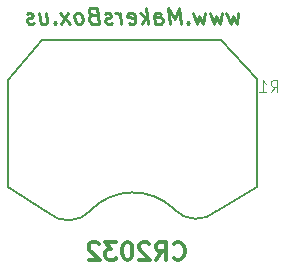
<source format=gbo>
G04 #@! TF.FileFunction,Legend,Bot*
%FSLAX46Y46*%
G04 Gerber Fmt 4.6, Leading zero omitted, Abs format (unit mm)*
G04 Created by KiCad (PCBNEW 4.0.7) date 01/16/18 07:36:33*
%MOMM*%
%LPD*%
G01*
G04 APERTURE LIST*
%ADD10C,0.100000*%
%ADD11C,0.250000*%
%ADD12C,0.300000*%
%ADD13C,0.150000*%
G04 APERTURE END LIST*
D10*
X219368666Y-89860381D02*
X219702000Y-89384190D01*
X219940095Y-89860381D02*
X219940095Y-88860381D01*
X219559142Y-88860381D01*
X219463904Y-88908000D01*
X219416285Y-88955619D01*
X219368666Y-89050857D01*
X219368666Y-89193714D01*
X219416285Y-89288952D01*
X219463904Y-89336571D01*
X219559142Y-89384190D01*
X219940095Y-89384190D01*
X218416285Y-89860381D02*
X218987714Y-89860381D01*
X218702000Y-89860381D02*
X218702000Y-88860381D01*
X218797238Y-89003238D01*
X218892476Y-89098476D01*
X218987714Y-89146095D01*
D11*
X216640982Y-83149714D02*
X216496339Y-84049714D01*
X216158839Y-83406857D01*
X215982053Y-84049714D01*
X215612410Y-83149714D01*
X215226696Y-83149714D02*
X215082053Y-84049714D01*
X214744553Y-83406857D01*
X214567767Y-84049714D01*
X214198124Y-83149714D01*
X213812410Y-83149714D02*
X213667767Y-84049714D01*
X213330267Y-83406857D01*
X213153481Y-84049714D01*
X212783838Y-83149714D01*
X212365981Y-83921143D02*
X212309732Y-83985429D01*
X212382052Y-84049714D01*
X212438303Y-83985429D01*
X212365981Y-83921143D01*
X212382052Y-84049714D01*
X211739195Y-84049714D02*
X211570445Y-82699714D01*
X211240981Y-83664000D01*
X210670445Y-82699714D01*
X210839195Y-84049714D01*
X209617767Y-84049714D02*
X209529374Y-83342571D01*
X209577589Y-83214000D01*
X209698124Y-83149714D01*
X209955267Y-83149714D01*
X210091874Y-83214000D01*
X209609732Y-83985429D02*
X209746338Y-84049714D01*
X210067767Y-84049714D01*
X210188303Y-83985429D01*
X210236517Y-83856857D01*
X210220446Y-83728286D01*
X210140088Y-83599714D01*
X210003482Y-83535429D01*
X209682053Y-83535429D01*
X209545446Y-83471143D01*
X208974909Y-84049714D02*
X208806159Y-82699714D01*
X208782053Y-83535429D02*
X208460624Y-84049714D01*
X208348124Y-83149714D02*
X208926695Y-83664000D01*
X207359732Y-83985429D02*
X207496338Y-84049714D01*
X207753481Y-84049714D01*
X207874017Y-83985429D01*
X207922231Y-83856857D01*
X207857945Y-83342571D01*
X207777588Y-83214000D01*
X207640981Y-83149714D01*
X207383838Y-83149714D01*
X207263303Y-83214000D01*
X207215088Y-83342571D01*
X207231160Y-83471143D01*
X207890088Y-83599714D01*
X206724909Y-84049714D02*
X206612409Y-83149714D01*
X206644552Y-83406857D02*
X206564196Y-83278286D01*
X206491874Y-83214000D01*
X206355267Y-83149714D01*
X206226695Y-83149714D01*
X205945446Y-83985429D02*
X205824910Y-84049714D01*
X205567767Y-84049714D01*
X205431160Y-83985429D01*
X205350803Y-83856857D01*
X205342767Y-83792571D01*
X205390981Y-83664000D01*
X205511517Y-83599714D01*
X205704374Y-83599714D01*
X205824910Y-83535429D01*
X205873124Y-83406857D01*
X205865088Y-83342571D01*
X205784731Y-83214000D01*
X205648124Y-83149714D01*
X205455267Y-83149714D01*
X205334731Y-83214000D01*
X204257945Y-83342571D02*
X204073124Y-83406857D01*
X204016875Y-83471143D01*
X203968660Y-83599714D01*
X203992767Y-83792571D01*
X204073125Y-83921143D01*
X204145446Y-83985429D01*
X204282053Y-84049714D01*
X204796338Y-84049714D01*
X204627588Y-82699714D01*
X204177588Y-82699714D01*
X204057053Y-82764000D01*
X204000803Y-82828286D01*
X203952589Y-82956857D01*
X203968661Y-83085429D01*
X204049017Y-83214000D01*
X204121339Y-83278286D01*
X204257945Y-83342571D01*
X204707945Y-83342571D01*
X203253481Y-84049714D02*
X203374018Y-83985429D01*
X203430267Y-83921143D01*
X203478481Y-83792571D01*
X203430267Y-83406857D01*
X203349910Y-83278286D01*
X203277589Y-83214000D01*
X203140981Y-83149714D01*
X202948124Y-83149714D01*
X202827589Y-83214000D01*
X202771339Y-83278286D01*
X202723124Y-83406857D01*
X202771338Y-83792571D01*
X202851696Y-83921143D01*
X202924018Y-83985429D01*
X203060624Y-84049714D01*
X203253481Y-84049714D01*
X202353481Y-84049714D02*
X201533838Y-83149714D01*
X202240981Y-83149714D02*
X201646338Y-84049714D01*
X201115981Y-83921143D02*
X201059732Y-83985429D01*
X201132052Y-84049714D01*
X201188303Y-83985429D01*
X201115981Y-83921143D01*
X201132052Y-84049714D01*
X199798124Y-83149714D02*
X199910624Y-84049714D01*
X200376695Y-83149714D02*
X200465088Y-83856857D01*
X200416875Y-83985429D01*
X200296338Y-84049714D01*
X200103481Y-84049714D01*
X199966875Y-83985429D01*
X199894553Y-83921143D01*
X199324017Y-83985429D02*
X199203481Y-84049714D01*
X198946338Y-84049714D01*
X198809731Y-83985429D01*
X198729374Y-83856857D01*
X198721338Y-83792571D01*
X198769552Y-83664000D01*
X198890088Y-83599714D01*
X199082945Y-83599714D01*
X199203481Y-83535429D01*
X199251695Y-83406857D01*
X199243659Y-83342571D01*
X199163302Y-83214000D01*
X199026695Y-83149714D01*
X198833838Y-83149714D01*
X198713302Y-83214000D01*
D12*
X211168856Y-103913714D02*
X211240285Y-103985143D01*
X211454571Y-104056571D01*
X211597428Y-104056571D01*
X211811713Y-103985143D01*
X211954571Y-103842286D01*
X212025999Y-103699429D01*
X212097428Y-103413714D01*
X212097428Y-103199429D01*
X212025999Y-102913714D01*
X211954571Y-102770857D01*
X211811713Y-102628000D01*
X211597428Y-102556571D01*
X211454571Y-102556571D01*
X211240285Y-102628000D01*
X211168856Y-102699429D01*
X209668856Y-104056571D02*
X210168856Y-103342286D01*
X210525999Y-104056571D02*
X210525999Y-102556571D01*
X209954571Y-102556571D01*
X209811713Y-102628000D01*
X209740285Y-102699429D01*
X209668856Y-102842286D01*
X209668856Y-103056571D01*
X209740285Y-103199429D01*
X209811713Y-103270857D01*
X209954571Y-103342286D01*
X210525999Y-103342286D01*
X209097428Y-102699429D02*
X209025999Y-102628000D01*
X208883142Y-102556571D01*
X208525999Y-102556571D01*
X208383142Y-102628000D01*
X208311713Y-102699429D01*
X208240285Y-102842286D01*
X208240285Y-102985143D01*
X208311713Y-103199429D01*
X209168856Y-104056571D01*
X208240285Y-104056571D01*
X207311714Y-102556571D02*
X207168857Y-102556571D01*
X207026000Y-102628000D01*
X206954571Y-102699429D01*
X206883142Y-102842286D01*
X206811714Y-103128000D01*
X206811714Y-103485143D01*
X206883142Y-103770857D01*
X206954571Y-103913714D01*
X207026000Y-103985143D01*
X207168857Y-104056571D01*
X207311714Y-104056571D01*
X207454571Y-103985143D01*
X207526000Y-103913714D01*
X207597428Y-103770857D01*
X207668857Y-103485143D01*
X207668857Y-103128000D01*
X207597428Y-102842286D01*
X207526000Y-102699429D01*
X207454571Y-102628000D01*
X207311714Y-102556571D01*
X206311714Y-102556571D02*
X205383143Y-102556571D01*
X205883143Y-103128000D01*
X205668857Y-103128000D01*
X205526000Y-103199429D01*
X205454571Y-103270857D01*
X205383143Y-103413714D01*
X205383143Y-103770857D01*
X205454571Y-103913714D01*
X205526000Y-103985143D01*
X205668857Y-104056571D01*
X206097429Y-104056571D01*
X206240286Y-103985143D01*
X206311714Y-103913714D01*
X204811715Y-102699429D02*
X204740286Y-102628000D01*
X204597429Y-102556571D01*
X204240286Y-102556571D01*
X204097429Y-102628000D01*
X204026000Y-102699429D01*
X203954572Y-102842286D01*
X203954572Y-102985143D01*
X204026000Y-103199429D01*
X204883143Y-104056571D01*
X203954572Y-104056571D01*
D13*
X214820500Y-99885500D02*
X218186000Y-97917000D01*
X200469500Y-100012500D02*
X197104000Y-97917000D01*
X214845900Y-99885500D02*
G75*
G02X211162900Y-99758500I-1778000J1905000D01*
G01*
X204139800Y-99885500D02*
G75*
G02X200456800Y-100012500I-1905000J1778000D01*
G01*
X204089000Y-99885500D02*
G75*
G02X211201000Y-99758500I3619500J-3492500D01*
G01*
X200025000Y-85471000D02*
X197104000Y-88836500D01*
X218186000Y-88773000D02*
X215201500Y-85407500D01*
X215265000Y-85471000D02*
X200025000Y-85471000D01*
X218186000Y-97917000D02*
X218186000Y-88773000D01*
X197104000Y-97917000D02*
X197104000Y-88773000D01*
M02*

</source>
